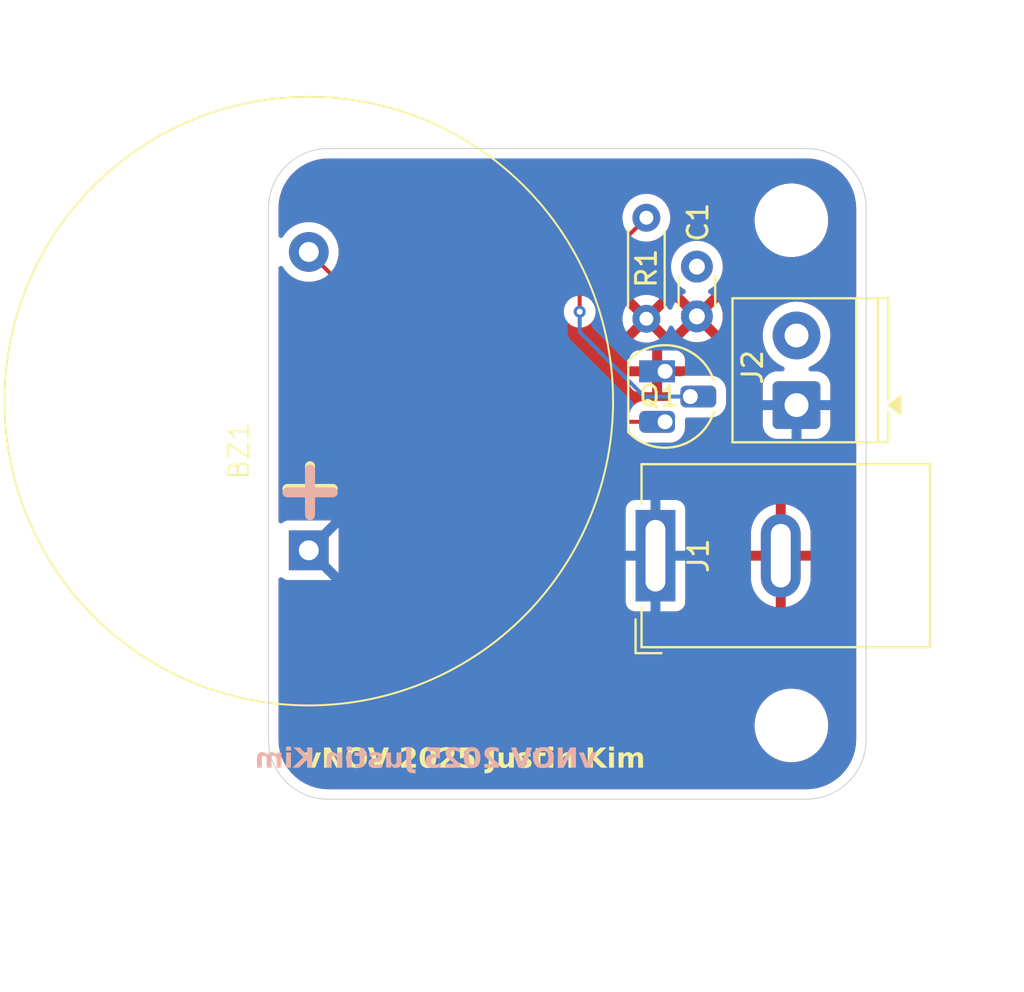
<source format=kicad_pcb>
(kicad_pcb (version 20241229) (generator "pcbnew") (generator_version "9.0")
  (layers (0 "F.Cu" signal) (2 "B.Cu" signal) (13 "F.Paste" user) (15 "B.Paste" user) (5 "F.SilkS" user "F.Silkscreen") (7 "B.SilkS" user "B.Silkscreen") (1 "F.Mask" user) (3 "B.Mask" user) (25 "Edge.Cuts" user))
  (net 0 "")
  (net 1 "Net-(BZ1--)")
  (net 2 "VCC")
  (net 3 "GND")
  (net 4 "/Gate")
  (footprint "Package_TO_SOT_THT:TO-92L_HandSolder" (layer "F.Cu") (at 151.638 93.599 -90)
    (property "Reference" "Q1" (at 1.2446 0.3048 0) (layer "F.SilkS"))
    (property "Value" "2N7000")
    (fp_line (start -0.53 1.85) (end 3.07 1.85) (stroke (width 0.12)) (layer "F.SilkS"))
    (fp_arc (start -0.541453 1.842156) (mid -1.247298 -0.581475) (end 0.45 -2.45) (stroke (width 0.12)) (layer "F.SilkS"))
    (fp_arc (start 2.05 -2.45) (mid 3.769931 -0.601036) (end 3.078445 1.827684) (stroke (width 0.12)) (layer "F.SilkS"))
    (pad "1" thru_hole rect (at 0 0 270) (size 1.1 1.8) (drill 0.75 (offset 0 0.4)) (layers "*.Cu" "*.Mask") (net 3 "GND"))
    (pad "2" thru_hole roundrect (at 1.27 -1.27 270) (size 1.1 1.8) (drill 0.75 (offset 0 -0.4)) (layers "*.Cu" "*.Mask") (net 4 "/Gate"))
    (pad "3" thru_hole roundrect (at 2.54 0 270) (size 1.1 1.8) (drill 0.75 (offset 0 0.4)) (layers "*.Cu" "*.Mask") (net 1 "Net-(BZ1--)"))
  )
  (footprint "MountingHole:MountingHole_3.2mm_M3" (layer "F.Cu") (at 157.988 111.4044)
    (property "Reference" "REF**" (hide yes))
    (property "Value" "MountingHole_3.2mm_M3")
    (pad "" np_thru_hole circle (at 0 0) (size 3.2 3.2) (drill 3.2) (layers "*.Cu" "*.Mask"))
  )
  (footprint "Resistor_THT:R_Axial_DIN0204_L3.6mm_D1.6mm_P5.08mm_Horizontal" (layer "F.Cu") (at 150.6982 85.8774 -90)
    (property "Reference" "R1" (at 2.54 0 90) (layer "F.SilkS"))
    (property "Value" "10M")
    (fp_line (start 0.62 0.92) (end 4.46 0.92) (stroke (width 0.12)) (layer "F.SilkS"))
    (fp_line (start 0.62 -0.92) (end 4.46 -0.92) (stroke (width 0.12)) (layer "F.SilkS"))
    (pad "1" thru_hole circle (at 0 0 270) (size 1.4 1.4) (drill 0.7) (layers "*.Cu" "*.Mask") (net 4 "/Gate"))
    (pad "2" thru_hole circle (at 5.08 0 270) (size 1.4 1.4) (drill 0.7) (layers "*.Cu" "*.Mask") (net 3 "GND"))
  )
  (footprint "Capacitor_THT:C_Disc_D3.0mm_W1.6mm_P2.50mm" (layer "F.Cu") (at 153.2382 88.3358 -90)
    (property "Reference" "C1" (at -2.2298 -0.0508 90) (layer "F.SilkS"))
    (property "Value" "1nF")
    (fp_line (start 2.015 0.92) (end 0.485 0.92) (stroke (width 0.12)) (layer "F.SilkS"))
    (fp_line (start 0.485 -0.92) (end 2.015 -0.92) (stroke (width 0.12)) (layer "F.SilkS"))
    (pad "1" thru_hole circle (at 0 0 270) (size 1.6 1.6) (drill 0.8) (layers "*.Cu" "*.Mask") (net 4 "/Gate"))
    (pad "2" thru_hole circle (at 2.5 0 270) (size 1.6 1.6) (drill 0.8) (layers "*.Cu" "*.Mask") (net 3 "GND"))
  )
  (footprint "TerminalBlock_Phoenix:TerminalBlock_Phoenix_PT-1,5-2-3.5-H_1x02_P3.50mm_Horizontal" (layer "F.Cu") (at 158.2477 95.2982 90)
    (property "Reference" "J2" (at 1.8998 -2.2098 90) (layer "F.SilkS"))
    (property "Value" "Screw_Terminal_01x02")
    (fp_line (start 5.37 -3.22) (end 5.37 4.62) (stroke (width 0.12)) (layer "F.SilkS"))
    (fp_line (start -1.87 -3.22) (end 5.37 -3.22) (stroke (width 0.12)) (layer "F.SilkS"))
    (fp_line (start -1.87 3) (end 5.37 3) (stroke (width 0.12)) (layer "F.SilkS"))
    (fp_line (start -1.87 4.1) (end 5.37 4.1) (stroke (width 0.12)) (layer "F.SilkS"))
    (fp_line (start 5.37 4.62) (end 0.3 4.62) (stroke (width 0.12)) (layer "F.SilkS"))
    (fp_line (start -0.3 4.62) (end -1.87 4.62) (stroke (width 0.12)) (layer "F.SilkS"))
    (fp_line (start -1.87 4.62) (end -1.87 -3.22) (stroke (width 0.12)) (layer "F.SilkS"))
    (fp_poly (pts (xy 0 4.62) (xy 0.44 5.23) (xy -0.44 5.23)) (stroke (width 0.12)) (fill yes) (layer "F.SilkS"))
    (pad "1" thru_hole roundrect (at 0 0 90) (size 2.4 2.4) (drill 1.2) (layers "*.Cu" "*.Mask") (roundrect_rratio 0.104167) (net 2 "VCC"))
    (pad "2" thru_hole circle (at 3.5 0 90) (size 2.4 2.4) (drill 1.2) (layers "*.Cu" "*.Mask") (net 4 "/Gate"))
  )
  (footprint "1_Buzzers:Buzzer_D30mm_H20mm_P15mm_668-1652-ND_AI-3035-TT-12V-R" (layer "F.Cu") (at 133.724 95.0976 90)
    (property "Reference" "BZ1" (at -2.5 -3.5 90) (layer "F.SilkS") (effects (font (thickness 0.1))))
    (property "Value" "Buzzer")
    (fp_circle (center 0 0) (end 15.3 0) (stroke (width 0.1)) (fill no) (layer "F.SilkS"))
    (fp_text user "+" (at -6.6 1.6 90) (layer "F.SilkS") (effects (font (size 3 3) (thickness 0.5) (bold yes)) (justify left bottom)))
    (fp_text user "+" (at -2.4 1.6 90) (layer "B.SilkS") (effects (font (size 3 3) (thickness 0.5) (bold yes)) (justify left bottom mirror)))
    (pad "1" thru_hole rect (at -7.5 0 90) (size 2 2) (drill 1) (layers "*.Cu" "*.Mask") (net 2 "VCC"))
    (pad "2" thru_hole circle (at 7.5 0 90) (size 2 2) (drill 1) (layers "*.Cu" "*.Mask") (net 1 "Net-(BZ1--)"))
  )
  (footprint "Connector_BarrelJack:BarrelJack_GCT_DCJ200-10-A_Horizontal" (layer "F.Cu") (at 151.1554 102.87 90)
    (property "Reference" "J1" (at 0 2.1598 90) (layer "F.SilkS"))
    (property "Value" "Jack-DC")
    (fp_line (start -3.2 -1) (end -4.9 -1) (stroke (width 0.12)) (layer "F.SilkS"))
    (fp_line (start -4.9 -1) (end -4.9 0.3) (stroke (width 0.12)) (layer "F.SilkS"))
    (fp_line (start 4.6 -0.7) (end 4.6 0.6) (stroke (width 0.12)) (layer "F.SilkS"))
    (fp_line (start 2.6 -0.7) (end 4.6 -0.7) (stroke (width 0.12)) (layer "F.SilkS"))
    (fp_line (start -4.6 -0.7) (end -2.6 -0.7) (stroke (width 0.12)) (layer "F.SilkS"))
    (fp_line (start 4.6 0.6) (end 4.6 13.8) (stroke (width 0.12)) (layer "F.SilkS"))
    (fp_line (start 4.6 13.8) (end -4.6 13.8) (stroke (width 0.12)) (layer "F.SilkS"))
    (fp_line (start -4.6 13.8) (end -4.6 -0.7) (stroke (width 0.12)) (layer "F.SilkS"))
    (pad "1" thru_hole rect (at 0 0 90) (size 4.6 2) (drill oval 3.6 1) (layers "*.Cu" "*.Mask") (net 2 "VCC"))
    (pad "2" thru_hole oval (at 0 6.3 90) (size 4.2 2) (drill oval 3.2 1) (layers "*.Cu" "*.Mask") (net 3 "GND"))
  )
  (footprint "MountingHole:MountingHole_3.2mm_M3" (layer "F.Cu") (at 157.988 86.0044)
    (property "Reference" "REF**" (hide yes))
    (property "Value" "MountingHole_3.2mm_M3")
    (pad "" np_thru_hole circle (at 0 0) (size 3.2 3.2) (drill 3.2) (layers "*.Cu" "*.Mask"))
  )
  (gr_arc (start 158.7472 82.3976) (mid 160.86852 83.27628) (end 161.7472 85.3976) (stroke (width 0.05)) (layer "Edge.Cuts"))
  (gr_arc (start 134.699 115.1128) (mid 132.57768 114.23412) (end 131.699 112.1128) (stroke (width 0.05)) (layer "Edge.Cuts"))
  (gr_arc (start 131.699 85.3976) (mid 132.57768 83.27628) (end 134.699 82.3976) (stroke (width 0.05)) (layer "Edge.Cuts"))
  (gr_line (start 131.699 112.1128) (end 131.699 85.3976) (stroke (width 0.05)) (layer "Edge.Cuts"))
  (gr_line (start 134.699 82.3976) (end 158.7472 82.3976) (stroke (width 0.05)) (layer "Edge.Cuts"))
  (gr_line (start 161.7472 85.3976) (end 161.7472 112.1128) (stroke (width 0.05)) (layer "Edge.Cuts"))
  (gr_arc (start 161.7472 112.1128) (mid 160.86852 114.23412) (end 158.7472 115.1128) (stroke (width 0.05)) (layer "Edge.Cuts"))
  (gr_line (start 158.7472 115.1128) (end 134.699 115.1128) (stroke (width 0.05)) (layer "Edge.Cuts"))
  (gr_text "vNOV 2025 Justin Kim" (at 133.45 113.7 0) (layer "F.SilkS") (effects (font (size 1 1) (thickness 0.2) (bold yes)) (justify left bottom)))
  (gr_text "vNOV 2025 Justin Kim" (at 148.2 113.7 -0) (layer "B.SilkS") (effects (font (size 1 1) (thickness 0.2) (bold yes)) (justify left bottom mirror)))
  (segment (start 142.2654 96.139) (end 133.724 87.5976) (width 0.2) (layer "F.Cu") (net 1))
  (segment (start 151.638 96.139) (end 142.2654 96.139) (width 0.2) (layer "F.Cu") (net 1))
  (segment (start 150.6982 85.8774) (end 147.3454 89.2302) (width 0.2) (layer "F.Cu") (net 4))
  (segment (start 147.3454 89.2302) (end 147.3454 90.6018) (width 0.2) (layer "F.Cu") (net 4))
  (via (at 147.3454 90.6018) (size 0.6) (drill 0.3) (layers "F.Cu" "B.Cu") (net 4))
  (segment (start 147.3454 91.6178) (end 150.5966 94.869) (width 0.2) (layer "B.Cu") (net 4))
  (segment (start 147.3454 90.6018) (end 147.3454 91.6178) (width 0.2) (layer "B.Cu") (net 4))
  (segment (start 150.5966 94.869) (end 152.908 94.869) (width 0.2) (layer "B.Cu") (net 4))
  (zone (net 3) (net_name "GND") (layer "F.Cu") (connect_pads (clearance 0.5)) (min_thickness 0.25) (fill yes (thermal_gap 0.5) (thermal_bridge_width 0.5))
    (polygon (pts (xy 168.2242 118.1862) (xy 167.386 79.502) (xy 129.8702 80.2132) (xy 129.1082 120.5484)))
  )
  (zone (net 2) (net_name "VCC") (layer "B.Cu") (priority 1) (connect_pads (clearance 0.5)) (min_thickness 0.25) (fill yes (thermal_gap 0.5) (thermal_bridge_width 0.5))
    (polygon (pts (xy 169.6974 119.4054) (xy 169.2656 74.93) (xy 125.6284 76.0984) (xy 124.6886 124.8156)))
  )
)
</source>
